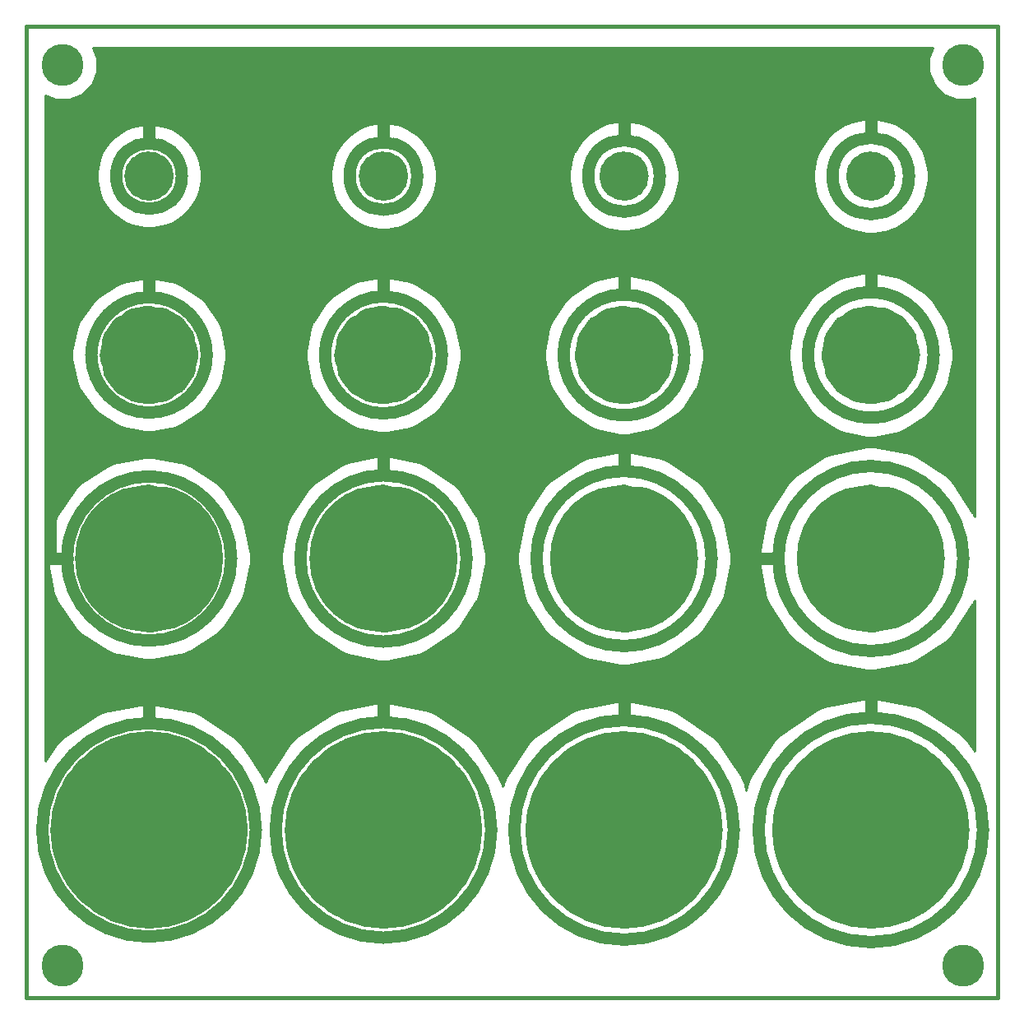
<source format=gtl>
G04 (created by PCBNEW-RS274X (2011-nov-30)-testing) date Sun 19 Aug 2012 05:26:13 PM EDT*
%MOIN*%
G04 Gerber Fmt 3.4, Leading zero omitted, Abs format*
%FSLAX34Y34*%
G01*
G70*
G90*
G04 APERTURE LIST*
%ADD10C,0.006*%
%ADD11C,0.015*%
%ADD12C,0.05*%
%ADD13C,0.4*%
%ADD14C,0.2*%
%ADD15C,0.3*%
%ADD16C,0.1*%
%ADD17C,0.14*%
%ADD18R,0.01X0.01*%
%ADD19C,0.17*%
%ADD20C,0.035*%
%ADD21C,0.01*%
G04 APERTURE END LIST*
G54D10*
G54D11*
X24Y-53D02*
X24Y39317D01*
X39394Y-53D02*
X24Y-53D01*
X39394Y39317D02*
X39394Y-53D01*
X24Y39317D02*
X39394Y39317D01*
G54D12*
X9330Y6750D02*
G75*
G03X9330Y6750I-4330J0D01*
G74*
G01*
G54D13*
X7000Y6750D02*
G75*
G03X7000Y6750I-2000J0D01*
G74*
G01*
G54D12*
X38800Y6750D02*
G75*
G03X38800Y6750I-4550J0D01*
G74*
G01*
G54D13*
X36250Y6750D02*
G75*
G03X36250Y6750I-2000J0D01*
G74*
G01*
G54D12*
X26700Y26000D02*
G75*
G03X26700Y26000I-2450J0D01*
G74*
G01*
G54D14*
X25250Y26000D02*
G75*
G03X25250Y26000I-1000J0D01*
G74*
G01*
G54D12*
X36800Y26000D02*
G75*
G03X36800Y26000I-2550J0D01*
G74*
G01*
G54D14*
X35250Y26000D02*
G75*
G03X35250Y26000I-1000J0D01*
G74*
G01*
G54D12*
X17870Y17750D02*
G75*
G03X17870Y17750I-3370J0D01*
G74*
G01*
G54D15*
X16000Y17750D02*
G75*
G03X16000Y17750I-1500J0D01*
G74*
G01*
G54D12*
X27800Y17750D02*
G75*
G03X27800Y17750I-3550J0D01*
G74*
G01*
G54D15*
X25750Y17750D02*
G75*
G03X25750Y17750I-1500J0D01*
G74*
G01*
G54D12*
X6330Y33250D02*
G75*
G03X6330Y33250I-1330J0D01*
G74*
G01*
G54D16*
X5500Y33250D02*
G75*
G03X5500Y33250I-500J0D01*
G74*
G01*
G54D12*
X25700Y33250D02*
G75*
G03X25700Y33250I-1450J0D01*
G74*
G01*
G54D16*
X24750Y33250D02*
G75*
G03X24750Y33250I-500J0D01*
G74*
G01*
G54D12*
X15870Y33250D02*
G75*
G03X15870Y33250I-1370J0D01*
G74*
G01*
G54D16*
X15000Y33250D02*
G75*
G03X15000Y33250I-500J0D01*
G74*
G01*
G54D12*
X35800Y33250D02*
G75*
G03X35800Y33250I-1550J0D01*
G74*
G01*
G54D16*
X34750Y33250D02*
G75*
G03X34750Y33250I-500J0D01*
G74*
G01*
G54D12*
X18870Y6750D02*
G75*
G03X18870Y6750I-4370J0D01*
G74*
G01*
G54D13*
X16500Y6750D02*
G75*
G03X16500Y6750I-2000J0D01*
G74*
G01*
G54D12*
X28700Y6750D02*
G75*
G03X28700Y6750I-4450J0D01*
G74*
G01*
G54D13*
X26250Y6750D02*
G75*
G03X26250Y6750I-2000J0D01*
G74*
G01*
G54D12*
X8330Y17750D02*
G75*
G03X8330Y17750I-3330J0D01*
G74*
G01*
G54D15*
X6500Y17750D02*
G75*
G03X6500Y17750I-1500J0D01*
G74*
G01*
G54D12*
X38000Y17750D02*
G75*
G03X38000Y17750I-3750J0D01*
G74*
G01*
G54D15*
X35750Y17750D02*
G75*
G03X35750Y17750I-1500J0D01*
G74*
G01*
G54D12*
X7340Y26000D02*
G75*
G03X7340Y26000I-2340J0D01*
G74*
G01*
G54D14*
X6000Y26000D02*
G75*
G03X6000Y26000I-1000J0D01*
G74*
G01*
G54D12*
X16870Y26000D02*
G75*
G03X16870Y26000I-2370J0D01*
G74*
G01*
G54D14*
X15500Y26000D02*
G75*
G03X15500Y26000I-1000J0D01*
G74*
G01*
G54D17*
X5000Y6750D03*
G54D18*
X5000Y11150D03*
G54D17*
X34250Y6750D03*
G54D18*
X34250Y11350D03*
G54D17*
X24250Y26000D03*
G54D18*
X24250Y28500D03*
G54D19*
X1500Y1250D03*
X38000Y1250D03*
X38000Y37750D03*
X1500Y37750D03*
G54D17*
X34250Y26000D03*
G54D18*
X34250Y28600D03*
G54D17*
X14500Y17750D03*
G54D18*
X14500Y21200D03*
G54D17*
X24250Y17750D03*
G54D18*
X24250Y21350D03*
G54D17*
X5000Y33250D03*
G54D18*
X5000Y34580D03*
G54D17*
X24250Y33250D03*
G54D18*
X24250Y34800D03*
G54D17*
X14500Y33250D03*
G54D18*
X14500Y34700D03*
G54D17*
X34250Y33250D03*
G54D18*
X34250Y34850D03*
G54D17*
X14500Y6750D03*
G54D18*
X14505Y11195D03*
G54D17*
X24250Y6750D03*
G54D18*
X24250Y11250D03*
G54D17*
X5000Y17750D03*
G54D18*
X1700Y17750D03*
G54D17*
X34250Y17750D03*
G54D18*
X30450Y17750D03*
G54D17*
X5000Y26000D03*
G54D18*
X5000Y28400D03*
G54D17*
X14500Y26000D03*
G54D18*
X14500Y28400D03*
G54D20*
X19500Y13250D03*
X37750Y14500D03*
X17750Y35750D03*
X1500Y15000D03*
G54D12*
X5000Y34580D02*
X5000Y35000D01*
X5000Y35000D02*
X5000Y36000D01*
X34250Y11350D02*
X34250Y12500D01*
X34250Y12500D02*
X34500Y12750D01*
X5000Y11150D02*
X5000Y12250D01*
X24250Y28500D02*
X24250Y29500D01*
X24250Y29500D02*
X24000Y29750D01*
X1700Y17750D02*
X1000Y17750D01*
X1000Y17750D02*
X1000Y20250D01*
X34250Y28600D02*
X34250Y29750D01*
X14500Y21200D02*
X14500Y22250D01*
X24250Y21350D02*
X24250Y22500D01*
X30450Y17750D02*
X29000Y17750D01*
X24250Y34800D02*
X24250Y35750D01*
X14500Y34700D02*
X14500Y35750D01*
X34250Y34850D02*
X34250Y36500D01*
X14505Y11195D02*
X14505Y12745D01*
X14505Y12745D02*
X14500Y12750D01*
X24250Y11250D02*
X24250Y12500D01*
X5000Y28400D02*
X5000Y30000D01*
X14500Y28400D02*
X14500Y29750D01*
G54D10*
G36*
X38450Y9937D02*
X38132Y10412D01*
X37911Y10632D01*
X37907Y10634D01*
X36439Y11617D01*
X36435Y11621D01*
X36147Y11740D01*
X34405Y12085D01*
X34093Y12084D01*
X34091Y12084D01*
X32354Y11740D01*
X32351Y11739D01*
X32063Y11619D01*
X30588Y10632D01*
X30368Y10411D01*
X30366Y10408D01*
X29383Y8940D01*
X29379Y8935D01*
X29260Y8647D01*
X29199Y8340D01*
X29145Y8608D01*
X29145Y8610D01*
X29026Y8897D01*
X29026Y8898D01*
X29023Y8901D01*
X28584Y9560D01*
X28584Y17594D01*
X28583Y17750D01*
X28583Y17906D01*
X28584Y17906D01*
X28315Y19264D01*
X28314Y19267D01*
X28195Y19553D01*
X28195Y19555D01*
X27484Y20617D01*
X27484Y25844D01*
X27484Y26156D01*
X27299Y27093D01*
X27298Y27095D01*
X27179Y27382D01*
X27178Y27383D01*
X27177Y27384D01*
X26647Y28177D01*
X26485Y28340D01*
X26485Y33094D01*
X26484Y33250D01*
X26484Y33406D01*
X26485Y33406D01*
X26375Y33960D01*
X26374Y33962D01*
X26255Y34249D01*
X26254Y34250D01*
X26254Y34251D01*
X25940Y34720D01*
X25720Y34940D01*
X25250Y35255D01*
X25248Y35256D01*
X24962Y35374D01*
X24960Y35375D01*
X24405Y35485D01*
X24249Y35485D01*
X24094Y35485D01*
X23540Y35375D01*
X23251Y35255D01*
X23250Y35255D01*
X23249Y35254D01*
X22780Y34940D01*
X22560Y34720D01*
X22245Y34250D01*
X22244Y34249D01*
X22244Y34248D01*
X22125Y33960D01*
X22015Y33405D01*
X22015Y33250D01*
X22015Y33095D01*
X22125Y32540D01*
X22126Y32538D01*
X22244Y32252D01*
X22245Y32250D01*
X22560Y31780D01*
X22780Y31560D01*
X23249Y31246D01*
X23250Y31246D01*
X23251Y31245D01*
X23538Y31126D01*
X23540Y31125D01*
X24093Y31016D01*
X24094Y31015D01*
X24249Y31016D01*
X24405Y31015D01*
X24406Y31016D01*
X24960Y31125D01*
X24962Y31126D01*
X25248Y31244D01*
X25248Y31245D01*
X25250Y31245D01*
X25719Y31560D01*
X25720Y31560D01*
X25940Y31780D01*
X26254Y32249D01*
X26254Y32251D01*
X26255Y32251D01*
X26374Y32538D01*
X26375Y32540D01*
X26484Y33094D01*
X26485Y33094D01*
X26485Y28340D01*
X26427Y28398D01*
X25633Y28929D01*
X25632Y28930D01*
X25345Y29048D01*
X25343Y29049D01*
X24405Y29235D01*
X24093Y29234D01*
X24092Y29234D01*
X23157Y29049D01*
X22868Y28929D01*
X22866Y28928D01*
X22073Y28397D01*
X21852Y28177D01*
X21321Y27384D01*
X21320Y27382D01*
X21201Y27093D01*
X21015Y26155D01*
X21015Y26000D01*
X21015Y25845D01*
X21201Y24907D01*
X21202Y24905D01*
X21320Y24618D01*
X21321Y24617D01*
X21852Y23823D01*
X22073Y23603D01*
X22866Y23073D01*
X22867Y23072D01*
X22868Y23071D01*
X23155Y22952D01*
X23157Y22951D01*
X24092Y22767D01*
X24093Y22766D01*
X24094Y22766D01*
X24405Y22765D01*
X24406Y22766D01*
X25343Y22951D01*
X25345Y22952D01*
X25632Y23070D01*
X25633Y23071D01*
X25633Y23072D01*
X26427Y23602D01*
X26647Y23823D01*
X27177Y24617D01*
X27178Y24617D01*
X27179Y24618D01*
X27298Y24905D01*
X27299Y24907D01*
X27484Y25844D01*
X27484Y20617D01*
X27425Y20705D01*
X27204Y20925D01*
X26054Y21695D01*
X26052Y21696D01*
X25764Y21816D01*
X24405Y22085D01*
X24093Y22084D01*
X24092Y22084D01*
X22736Y21815D01*
X22733Y21815D01*
X22733Y21814D01*
X22445Y21695D01*
X21295Y20925D01*
X21075Y20704D01*
X20305Y19554D01*
X20304Y19553D01*
X20304Y19552D01*
X20184Y19264D01*
X19915Y17905D01*
X19915Y17750D01*
X19915Y17595D01*
X20184Y16236D01*
X20304Y15948D01*
X20305Y15946D01*
X21075Y14796D01*
X21295Y14575D01*
X22445Y13805D01*
X22447Y13805D01*
X22733Y13686D01*
X22736Y13685D01*
X24092Y13417D01*
X24093Y13416D01*
X24094Y13416D01*
X24405Y13415D01*
X25764Y13684D01*
X25766Y13686D01*
X26052Y13804D01*
X26052Y13805D01*
X26054Y13805D01*
X27204Y14575D01*
X27425Y14795D01*
X28195Y15945D01*
X28195Y15947D01*
X28314Y16233D01*
X28314Y16234D01*
X28315Y16236D01*
X28583Y17594D01*
X28584Y17594D01*
X28584Y9560D01*
X28063Y10341D01*
X28062Y10342D01*
X28062Y10343D01*
X27842Y10562D01*
X27841Y10563D01*
X26397Y11527D01*
X26108Y11646D01*
X26098Y11646D01*
X24412Y11983D01*
X24405Y11986D01*
X24093Y11986D01*
X22390Y11645D01*
X22102Y11526D01*
X22099Y11524D01*
X20659Y10563D01*
X20658Y10563D01*
X20657Y10562D01*
X20437Y10341D01*
X19473Y8897D01*
X19354Y8608D01*
X19354Y8599D01*
X19335Y8507D01*
X19321Y8577D01*
X19321Y8579D01*
X19202Y8865D01*
X19202Y8867D01*
X19198Y8871D01*
X18655Y9686D01*
X18655Y17593D01*
X18655Y17595D01*
X18655Y17905D01*
X18655Y17907D01*
X18397Y19195D01*
X18397Y19197D01*
X18278Y19484D01*
X18278Y19485D01*
X18275Y19488D01*
X17654Y20420D01*
X17654Y25844D01*
X17654Y26156D01*
X17475Y27062D01*
X17474Y27065D01*
X17355Y27351D01*
X17355Y27353D01*
X16841Y28121D01*
X16654Y28308D01*
X16654Y33094D01*
X16654Y33406D01*
X16551Y33929D01*
X16431Y34218D01*
X16135Y34663D01*
X16134Y34664D01*
X15914Y34884D01*
X15913Y34885D01*
X15468Y35182D01*
X15179Y35301D01*
X14655Y35405D01*
X14343Y35404D01*
X14342Y35404D01*
X13821Y35301D01*
X13532Y35181D01*
X13087Y34885D01*
X13086Y34884D01*
X12866Y34664D01*
X12865Y34663D01*
X12568Y34218D01*
X12449Y33929D01*
X12345Y33405D01*
X12345Y33250D01*
X12345Y33095D01*
X12449Y32571D01*
X12568Y32282D01*
X12865Y31837D01*
X12866Y31836D01*
X13086Y31616D01*
X13087Y31615D01*
X13532Y31319D01*
X13821Y31199D01*
X14342Y31097D01*
X14343Y31096D01*
X14344Y31096D01*
X14655Y31095D01*
X14656Y31096D01*
X15179Y31199D01*
X15468Y31318D01*
X15913Y31615D01*
X15914Y31616D01*
X16134Y31836D01*
X16135Y31837D01*
X16431Y32282D01*
X16550Y32571D01*
X16551Y32571D01*
X16654Y33094D01*
X16654Y28308D01*
X16620Y28341D01*
X15852Y28855D01*
X15850Y28856D01*
X15564Y28974D01*
X15562Y28975D01*
X14655Y29155D01*
X14343Y29154D01*
X14342Y29154D01*
X13438Y28975D01*
X13435Y28975D01*
X13435Y28974D01*
X13147Y28855D01*
X12379Y28341D01*
X12159Y28120D01*
X11645Y27352D01*
X11644Y27351D01*
X11644Y27350D01*
X11525Y27062D01*
X11345Y26155D01*
X11345Y26000D01*
X11345Y25845D01*
X11525Y24938D01*
X11526Y24936D01*
X11644Y24650D01*
X11645Y24648D01*
X12159Y23880D01*
X12379Y23659D01*
X13147Y23145D01*
X13149Y23145D01*
X13435Y23026D01*
X13438Y23025D01*
X14342Y22847D01*
X14343Y22846D01*
X14344Y22846D01*
X14655Y22845D01*
X14656Y22846D01*
X15562Y23025D01*
X15564Y23026D01*
X15850Y23144D01*
X15850Y23145D01*
X15852Y23145D01*
X16620Y23659D01*
X16841Y23879D01*
X17355Y24647D01*
X17355Y24649D01*
X17474Y24935D01*
X17474Y24936D01*
X17475Y24938D01*
X17654Y25844D01*
X17654Y20420D01*
X17549Y20577D01*
X17548Y20578D01*
X17548Y20579D01*
X17328Y20798D01*
X17327Y20799D01*
X16234Y21529D01*
X15945Y21648D01*
X15940Y21648D01*
X14657Y21904D01*
X14655Y21905D01*
X14345Y21905D01*
X14343Y21905D01*
X13053Y21647D01*
X12765Y21528D01*
X12762Y21526D01*
X11673Y20799D01*
X11672Y20799D01*
X11671Y20798D01*
X11451Y20577D01*
X10721Y19484D01*
X10602Y19195D01*
X10602Y19191D01*
X10346Y17908D01*
X10345Y17905D01*
X10345Y17750D01*
X10345Y17595D01*
X10346Y17593D01*
X10602Y16310D01*
X10602Y16305D01*
X10721Y16016D01*
X11451Y14923D01*
X11452Y14922D01*
X11671Y14702D01*
X11672Y14702D01*
X11673Y14701D01*
X12762Y13975D01*
X12765Y13972D01*
X12766Y13972D01*
X13053Y13853D01*
X13055Y13853D01*
X14343Y13595D01*
X14345Y13595D01*
X14655Y13595D01*
X14657Y13596D01*
X14657Y13597D01*
X15940Y13852D01*
X15945Y13852D01*
X15946Y13853D01*
X16234Y13971D01*
X17327Y14701D01*
X17328Y14702D01*
X17548Y14921D01*
X17548Y14923D01*
X17549Y14923D01*
X18275Y16013D01*
X18278Y16015D01*
X18278Y16016D01*
X18397Y16303D01*
X18397Y16305D01*
X18655Y17593D01*
X18655Y9686D01*
X18256Y10284D01*
X18255Y10285D01*
X18255Y10286D01*
X18034Y10507D01*
X16616Y11453D01*
X16327Y11572D01*
X16322Y11572D01*
X14660Y11904D01*
X14654Y11906D01*
X14342Y11905D01*
X12671Y11571D01*
X12383Y11452D01*
X12379Y11448D01*
X10966Y10506D01*
X10965Y10506D01*
X10964Y10505D01*
X10743Y10284D01*
X9797Y8866D01*
X9728Y8699D01*
X9665Y8851D01*
X9665Y8852D01*
X9662Y8855D01*
X9114Y9677D01*
X9114Y17594D01*
X9113Y17750D01*
X9113Y17906D01*
X9114Y17906D01*
X8862Y19179D01*
X8742Y19468D01*
X8738Y19472D01*
X8124Y20395D01*
X8124Y25844D01*
X8124Y26156D01*
X7947Y27050D01*
X7946Y27051D01*
X7827Y27339D01*
X7321Y28099D01*
X7114Y28306D01*
X7114Y33094D01*
X7114Y33406D01*
X7014Y33914D01*
X6894Y34203D01*
X6893Y34204D01*
X6893Y34205D01*
X6605Y34635D01*
X6384Y34856D01*
X5954Y35144D01*
X5952Y35145D01*
X5666Y35263D01*
X5664Y35264D01*
X5155Y35365D01*
X4843Y35364D01*
X4842Y35364D01*
X4336Y35264D01*
X4047Y35144D01*
X4046Y35144D01*
X4045Y35143D01*
X3615Y34855D01*
X3394Y34634D01*
X3106Y34204D01*
X3105Y34203D01*
X3105Y34202D01*
X2986Y33914D01*
X2885Y33405D01*
X2885Y33250D01*
X2885Y33095D01*
X2986Y32586D01*
X2987Y32584D01*
X3105Y32298D01*
X3106Y32296D01*
X3394Y31866D01*
X3615Y31645D01*
X4045Y31357D01*
X4046Y31357D01*
X4047Y31356D01*
X4336Y31236D01*
X4842Y31137D01*
X4843Y31136D01*
X4844Y31136D01*
X5155Y31135D01*
X5156Y31136D01*
X5664Y31236D01*
X5666Y31237D01*
X5952Y31355D01*
X5952Y31356D01*
X5954Y31356D01*
X6384Y31644D01*
X6384Y31645D01*
X6605Y31865D01*
X6893Y32295D01*
X6893Y32297D01*
X6894Y32297D01*
X7012Y32584D01*
X7014Y32586D01*
X7114Y33094D01*
X7114Y28306D01*
X7100Y28320D01*
X7098Y28321D01*
X6339Y28828D01*
X6254Y28863D01*
X6050Y28948D01*
X5155Y29125D01*
X4843Y29124D01*
X4842Y29124D01*
X3950Y28947D01*
X3661Y28827D01*
X2901Y28321D01*
X2680Y28100D01*
X2679Y28099D01*
X2679Y28098D01*
X2172Y27339D01*
X2137Y27254D01*
X2052Y27050D01*
X1875Y26155D01*
X1875Y26000D01*
X1875Y25845D01*
X2052Y24950D01*
X2137Y24746D01*
X2172Y24661D01*
X2679Y23902D01*
X2680Y23900D01*
X2901Y23679D01*
X3661Y23173D01*
X3949Y23054D01*
X3950Y23053D01*
X4842Y22877D01*
X4843Y22876D01*
X4844Y22876D01*
X5155Y22875D01*
X5156Y22876D01*
X6050Y23052D01*
X6050Y23053D01*
X6254Y23137D01*
X6338Y23172D01*
X6339Y23172D01*
X7098Y23679D01*
X7098Y23680D01*
X7100Y23680D01*
X7319Y23900D01*
X7321Y23901D01*
X7827Y24661D01*
X7946Y24949D01*
X7947Y24950D01*
X8124Y25844D01*
X8124Y20395D01*
X8021Y20549D01*
X8019Y20551D01*
X7800Y20770D01*
X7799Y20772D01*
X6718Y21493D01*
X6633Y21528D01*
X6429Y21613D01*
X5155Y21865D01*
X4843Y21864D01*
X4842Y21864D01*
X3571Y21612D01*
X3282Y21492D01*
X3278Y21489D01*
X2201Y20771D01*
X2199Y20769D01*
X1978Y20549D01*
X1257Y19468D01*
X1222Y19383D01*
X1137Y19179D01*
X885Y17905D01*
X885Y17750D01*
X885Y17595D01*
X1137Y16321D01*
X1222Y16117D01*
X1257Y16032D01*
X1978Y14951D01*
X1980Y14950D01*
X2199Y14731D01*
X2201Y14729D01*
X3278Y14012D01*
X3282Y14008D01*
X3571Y13888D01*
X4842Y13637D01*
X4843Y13636D01*
X4844Y13636D01*
X5155Y13635D01*
X6429Y13887D01*
X6429Y13888D01*
X6633Y13972D01*
X6717Y14007D01*
X6718Y14007D01*
X7799Y14728D01*
X7800Y14730D01*
X8019Y14949D01*
X8021Y14951D01*
X8738Y16029D01*
X8741Y16032D01*
X8742Y16032D01*
X8862Y16321D01*
X9113Y17594D01*
X9114Y17594D01*
X9114Y9677D01*
X8728Y10256D01*
X8727Y10257D01*
X8727Y10258D01*
X8507Y10477D01*
X8506Y10478D01*
X7101Y11416D01*
X6812Y11535D01*
X6807Y11535D01*
X5162Y11863D01*
X5155Y11866D01*
X4843Y11865D01*
X3186Y11534D01*
X2898Y11415D01*
X2895Y11413D01*
X1494Y10478D01*
X1493Y10478D01*
X1492Y10477D01*
X1272Y10256D01*
X800Y9550D01*
X800Y36526D01*
X1220Y36351D01*
X1777Y36350D01*
X2292Y36563D01*
X2686Y36956D01*
X2899Y37470D01*
X2900Y38027D01*
X2725Y38450D01*
X36775Y38450D01*
X36601Y38030D01*
X36600Y37473D01*
X36813Y36958D01*
X37206Y36564D01*
X37720Y36351D01*
X38277Y36350D01*
X38450Y36422D01*
X38450Y19461D01*
X38380Y19629D01*
X38376Y19633D01*
X37584Y20822D01*
X37584Y25843D01*
X37584Y25845D01*
X37584Y26155D01*
X37584Y26157D01*
X37583Y26159D01*
X37391Y27131D01*
X37390Y27134D01*
X37271Y27420D01*
X37271Y27422D01*
X36718Y28248D01*
X36585Y28381D01*
X36585Y33093D01*
X36585Y33095D01*
X36585Y33405D01*
X36585Y33407D01*
X36466Y33999D01*
X36466Y34000D01*
X36347Y34287D01*
X36347Y34288D01*
X36345Y34290D01*
X36012Y34790D01*
X36010Y34792D01*
X35791Y35011D01*
X35789Y35012D01*
X35287Y35348D01*
X34998Y35467D01*
X34993Y35467D01*
X34407Y35584D01*
X34405Y35585D01*
X34095Y35585D01*
X34093Y35585D01*
X33500Y35466D01*
X33212Y35347D01*
X33210Y35346D01*
X32710Y35012D01*
X32708Y35010D01*
X32489Y34791D01*
X32488Y34790D01*
X32488Y34789D01*
X32152Y34287D01*
X32033Y33998D01*
X32033Y33994D01*
X31916Y33408D01*
X31915Y33405D01*
X31915Y33250D01*
X31915Y33095D01*
X31916Y33093D01*
X32033Y32507D01*
X32033Y32502D01*
X32152Y32213D01*
X32488Y31711D01*
X32489Y31709D01*
X32708Y31490D01*
X32710Y31488D01*
X33210Y31155D01*
X33212Y31153D01*
X33213Y31153D01*
X33500Y31034D01*
X33501Y31034D01*
X34093Y30915D01*
X34095Y30915D01*
X34405Y30915D01*
X34407Y30916D01*
X34407Y30917D01*
X34993Y31033D01*
X34998Y31033D01*
X34999Y31034D01*
X35287Y31152D01*
X35789Y31488D01*
X35789Y31489D01*
X35791Y31489D01*
X36010Y31708D01*
X36012Y31710D01*
X36345Y32211D01*
X36347Y32212D01*
X36347Y32213D01*
X36466Y32500D01*
X36466Y32501D01*
X36585Y33093D01*
X36585Y28381D01*
X36497Y28468D01*
X35671Y29021D01*
X35670Y29022D01*
X35381Y29142D01*
X34405Y29335D01*
X34093Y29334D01*
X34091Y29334D01*
X33119Y29141D01*
X33116Y29141D01*
X33116Y29140D01*
X32828Y29021D01*
X32002Y28468D01*
X31782Y28247D01*
X31229Y27422D01*
X31228Y27420D01*
X31108Y27131D01*
X30915Y26155D01*
X30915Y26000D01*
X30915Y25845D01*
X31108Y24869D01*
X31228Y24580D01*
X31229Y24579D01*
X31782Y23753D01*
X32002Y23532D01*
X32828Y22979D01*
X32830Y22979D01*
X33116Y22860D01*
X33119Y22859D01*
X34091Y22667D01*
X34093Y22666D01*
X34095Y22666D01*
X34405Y22665D01*
X34407Y22666D01*
X35381Y22858D01*
X35383Y22860D01*
X35670Y22978D01*
X35671Y22979D01*
X35671Y22980D01*
X36497Y23532D01*
X36718Y23752D01*
X37271Y24578D01*
X37271Y24580D01*
X37390Y24866D01*
X37390Y24867D01*
X37391Y24869D01*
X37583Y25842D01*
X37584Y25843D01*
X37584Y20822D01*
X37568Y20846D01*
X37567Y20847D01*
X37567Y20848D01*
X37346Y21069D01*
X36129Y21881D01*
X35841Y22001D01*
X34405Y22285D01*
X34093Y22284D01*
X34091Y22284D01*
X32660Y22000D01*
X32371Y21880D01*
X32367Y21877D01*
X31154Y21068D01*
X31153Y21068D01*
X31152Y21067D01*
X30931Y20846D01*
X30119Y19629D01*
X29999Y19341D01*
X29715Y17905D01*
X29715Y17750D01*
X29715Y17595D01*
X29999Y16159D01*
X30119Y15871D01*
X30931Y14654D01*
X31152Y14433D01*
X31153Y14433D01*
X31154Y14432D01*
X32367Y13624D01*
X32371Y13620D01*
X32660Y13500D01*
X34091Y13217D01*
X34093Y13216D01*
X34095Y13216D01*
X34405Y13215D01*
X34407Y13216D01*
X35841Y13499D01*
X36129Y13619D01*
X37346Y14431D01*
X37347Y14433D01*
X37567Y14652D01*
X37567Y14654D01*
X37568Y14654D01*
X38376Y15868D01*
X38379Y15871D01*
X38380Y15871D01*
X38450Y16040D01*
X38450Y9937D01*
X38450Y9937D01*
G37*
G54D21*
X38450Y9937D02*
X38132Y10412D01*
X37911Y10632D01*
X37907Y10634D01*
X36439Y11617D01*
X36435Y11621D01*
X36147Y11740D01*
X34405Y12085D01*
X34093Y12084D01*
X34091Y12084D01*
X32354Y11740D01*
X32351Y11739D01*
X32063Y11619D01*
X30588Y10632D01*
X30368Y10411D01*
X30366Y10408D01*
X29383Y8940D01*
X29379Y8935D01*
X29260Y8647D01*
X29199Y8340D01*
X29145Y8608D01*
X29145Y8610D01*
X29026Y8897D01*
X29026Y8898D01*
X29023Y8901D01*
X28584Y9560D01*
X28584Y17594D01*
X28583Y17750D01*
X28583Y17906D01*
X28584Y17906D01*
X28315Y19264D01*
X28314Y19267D01*
X28195Y19553D01*
X28195Y19555D01*
X27484Y20617D01*
X27484Y25844D01*
X27484Y26156D01*
X27299Y27093D01*
X27298Y27095D01*
X27179Y27382D01*
X27178Y27383D01*
X27177Y27384D01*
X26647Y28177D01*
X26485Y28340D01*
X26485Y33094D01*
X26484Y33250D01*
X26484Y33406D01*
X26485Y33406D01*
X26375Y33960D01*
X26374Y33962D01*
X26255Y34249D01*
X26254Y34250D01*
X26254Y34251D01*
X25940Y34720D01*
X25720Y34940D01*
X25250Y35255D01*
X25248Y35256D01*
X24962Y35374D01*
X24960Y35375D01*
X24405Y35485D01*
X24249Y35485D01*
X24094Y35485D01*
X23540Y35375D01*
X23251Y35255D01*
X23250Y35255D01*
X23249Y35254D01*
X22780Y34940D01*
X22560Y34720D01*
X22245Y34250D01*
X22244Y34249D01*
X22244Y34248D01*
X22125Y33960D01*
X22015Y33405D01*
X22015Y33250D01*
X22015Y33095D01*
X22125Y32540D01*
X22126Y32538D01*
X22244Y32252D01*
X22245Y32250D01*
X22560Y31780D01*
X22780Y31560D01*
X23249Y31246D01*
X23250Y31246D01*
X23251Y31245D01*
X23538Y31126D01*
X23540Y31125D01*
X24093Y31016D01*
X24094Y31015D01*
X24249Y31016D01*
X24405Y31015D01*
X24406Y31016D01*
X24960Y31125D01*
X24962Y31126D01*
X25248Y31244D01*
X25248Y31245D01*
X25250Y31245D01*
X25719Y31560D01*
X25720Y31560D01*
X25940Y31780D01*
X26254Y32249D01*
X26254Y32251D01*
X26255Y32251D01*
X26374Y32538D01*
X26375Y32540D01*
X26484Y33094D01*
X26485Y33094D01*
X26485Y28340D01*
X26427Y28398D01*
X25633Y28929D01*
X25632Y28930D01*
X25345Y29048D01*
X25343Y29049D01*
X24405Y29235D01*
X24093Y29234D01*
X24092Y29234D01*
X23157Y29049D01*
X22868Y28929D01*
X22866Y28928D01*
X22073Y28397D01*
X21852Y28177D01*
X21321Y27384D01*
X21320Y27382D01*
X21201Y27093D01*
X21015Y26155D01*
X21015Y26000D01*
X21015Y25845D01*
X21201Y24907D01*
X21202Y24905D01*
X21320Y24618D01*
X21321Y24617D01*
X21852Y23823D01*
X22073Y23603D01*
X22866Y23073D01*
X22867Y23072D01*
X22868Y23071D01*
X23155Y22952D01*
X23157Y22951D01*
X24092Y22767D01*
X24093Y22766D01*
X24094Y22766D01*
X24405Y22765D01*
X24406Y22766D01*
X25343Y22951D01*
X25345Y22952D01*
X25632Y23070D01*
X25633Y23071D01*
X25633Y23072D01*
X26427Y23602D01*
X26647Y23823D01*
X27177Y24617D01*
X27178Y24617D01*
X27179Y24618D01*
X27298Y24905D01*
X27299Y24907D01*
X27484Y25844D01*
X27484Y20617D01*
X27425Y20705D01*
X27204Y20925D01*
X26054Y21695D01*
X26052Y21696D01*
X25764Y21816D01*
X24405Y22085D01*
X24093Y22084D01*
X24092Y22084D01*
X22736Y21815D01*
X22733Y21815D01*
X22733Y21814D01*
X22445Y21695D01*
X21295Y20925D01*
X21075Y20704D01*
X20305Y19554D01*
X20304Y19553D01*
X20304Y19552D01*
X20184Y19264D01*
X19915Y17905D01*
X19915Y17750D01*
X19915Y17595D01*
X20184Y16236D01*
X20304Y15948D01*
X20305Y15946D01*
X21075Y14796D01*
X21295Y14575D01*
X22445Y13805D01*
X22447Y13805D01*
X22733Y13686D01*
X22736Y13685D01*
X24092Y13417D01*
X24093Y13416D01*
X24094Y13416D01*
X24405Y13415D01*
X25764Y13684D01*
X25766Y13686D01*
X26052Y13804D01*
X26052Y13805D01*
X26054Y13805D01*
X27204Y14575D01*
X27425Y14795D01*
X28195Y15945D01*
X28195Y15947D01*
X28314Y16233D01*
X28314Y16234D01*
X28315Y16236D01*
X28583Y17594D01*
X28584Y17594D01*
X28584Y9560D01*
X28063Y10341D01*
X28062Y10342D01*
X28062Y10343D01*
X27842Y10562D01*
X27841Y10563D01*
X26397Y11527D01*
X26108Y11646D01*
X26098Y11646D01*
X24412Y11983D01*
X24405Y11986D01*
X24093Y11986D01*
X22390Y11645D01*
X22102Y11526D01*
X22099Y11524D01*
X20659Y10563D01*
X20658Y10563D01*
X20657Y10562D01*
X20437Y10341D01*
X19473Y8897D01*
X19354Y8608D01*
X19354Y8599D01*
X19335Y8507D01*
X19321Y8577D01*
X19321Y8579D01*
X19202Y8865D01*
X19202Y8867D01*
X19198Y8871D01*
X18655Y9686D01*
X18655Y17593D01*
X18655Y17595D01*
X18655Y17905D01*
X18655Y17907D01*
X18397Y19195D01*
X18397Y19197D01*
X18278Y19484D01*
X18278Y19485D01*
X18275Y19488D01*
X17654Y20420D01*
X17654Y25844D01*
X17654Y26156D01*
X17475Y27062D01*
X17474Y27065D01*
X17355Y27351D01*
X17355Y27353D01*
X16841Y28121D01*
X16654Y28308D01*
X16654Y33094D01*
X16654Y33406D01*
X16551Y33929D01*
X16431Y34218D01*
X16135Y34663D01*
X16134Y34664D01*
X15914Y34884D01*
X15913Y34885D01*
X15468Y35182D01*
X15179Y35301D01*
X14655Y35405D01*
X14343Y35404D01*
X14342Y35404D01*
X13821Y35301D01*
X13532Y35181D01*
X13087Y34885D01*
X13086Y34884D01*
X12866Y34664D01*
X12865Y34663D01*
X12568Y34218D01*
X12449Y33929D01*
X12345Y33405D01*
X12345Y33250D01*
X12345Y33095D01*
X12449Y32571D01*
X12568Y32282D01*
X12865Y31837D01*
X12866Y31836D01*
X13086Y31616D01*
X13087Y31615D01*
X13532Y31319D01*
X13821Y31199D01*
X14342Y31097D01*
X14343Y31096D01*
X14344Y31096D01*
X14655Y31095D01*
X14656Y31096D01*
X15179Y31199D01*
X15468Y31318D01*
X15913Y31615D01*
X15914Y31616D01*
X16134Y31836D01*
X16135Y31837D01*
X16431Y32282D01*
X16550Y32571D01*
X16551Y32571D01*
X16654Y33094D01*
X16654Y28308D01*
X16620Y28341D01*
X15852Y28855D01*
X15850Y28856D01*
X15564Y28974D01*
X15562Y28975D01*
X14655Y29155D01*
X14343Y29154D01*
X14342Y29154D01*
X13438Y28975D01*
X13435Y28975D01*
X13435Y28974D01*
X13147Y28855D01*
X12379Y28341D01*
X12159Y28120D01*
X11645Y27352D01*
X11644Y27351D01*
X11644Y27350D01*
X11525Y27062D01*
X11345Y26155D01*
X11345Y26000D01*
X11345Y25845D01*
X11525Y24938D01*
X11526Y24936D01*
X11644Y24650D01*
X11645Y24648D01*
X12159Y23880D01*
X12379Y23659D01*
X13147Y23145D01*
X13149Y23145D01*
X13435Y23026D01*
X13438Y23025D01*
X14342Y22847D01*
X14343Y22846D01*
X14344Y22846D01*
X14655Y22845D01*
X14656Y22846D01*
X15562Y23025D01*
X15564Y23026D01*
X15850Y23144D01*
X15850Y23145D01*
X15852Y23145D01*
X16620Y23659D01*
X16841Y23879D01*
X17355Y24647D01*
X17355Y24649D01*
X17474Y24935D01*
X17474Y24936D01*
X17475Y24938D01*
X17654Y25844D01*
X17654Y20420D01*
X17549Y20577D01*
X17548Y20578D01*
X17548Y20579D01*
X17328Y20798D01*
X17327Y20799D01*
X16234Y21529D01*
X15945Y21648D01*
X15940Y21648D01*
X14657Y21904D01*
X14655Y21905D01*
X14345Y21905D01*
X14343Y21905D01*
X13053Y21647D01*
X12765Y21528D01*
X12762Y21526D01*
X11673Y20799D01*
X11672Y20799D01*
X11671Y20798D01*
X11451Y20577D01*
X10721Y19484D01*
X10602Y19195D01*
X10602Y19191D01*
X10346Y17908D01*
X10345Y17905D01*
X10345Y17750D01*
X10345Y17595D01*
X10346Y17593D01*
X10602Y16310D01*
X10602Y16305D01*
X10721Y16016D01*
X11451Y14923D01*
X11452Y14922D01*
X11671Y14702D01*
X11672Y14702D01*
X11673Y14701D01*
X12762Y13975D01*
X12765Y13972D01*
X12766Y13972D01*
X13053Y13853D01*
X13055Y13853D01*
X14343Y13595D01*
X14345Y13595D01*
X14655Y13595D01*
X14657Y13596D01*
X14657Y13597D01*
X15940Y13852D01*
X15945Y13852D01*
X15946Y13853D01*
X16234Y13971D01*
X17327Y14701D01*
X17328Y14702D01*
X17548Y14921D01*
X17548Y14923D01*
X17549Y14923D01*
X18275Y16013D01*
X18278Y16015D01*
X18278Y16016D01*
X18397Y16303D01*
X18397Y16305D01*
X18655Y17593D01*
X18655Y9686D01*
X18256Y10284D01*
X18255Y10285D01*
X18255Y10286D01*
X18034Y10507D01*
X16616Y11453D01*
X16327Y11572D01*
X16322Y11572D01*
X14660Y11904D01*
X14654Y11906D01*
X14342Y11905D01*
X12671Y11571D01*
X12383Y11452D01*
X12379Y11448D01*
X10966Y10506D01*
X10965Y10506D01*
X10964Y10505D01*
X10743Y10284D01*
X9797Y8866D01*
X9728Y8699D01*
X9665Y8851D01*
X9665Y8852D01*
X9662Y8855D01*
X9114Y9677D01*
X9114Y17594D01*
X9113Y17750D01*
X9113Y17906D01*
X9114Y17906D01*
X8862Y19179D01*
X8742Y19468D01*
X8738Y19472D01*
X8124Y20395D01*
X8124Y25844D01*
X8124Y26156D01*
X7947Y27050D01*
X7946Y27051D01*
X7827Y27339D01*
X7321Y28099D01*
X7114Y28306D01*
X7114Y33094D01*
X7114Y33406D01*
X7014Y33914D01*
X6894Y34203D01*
X6893Y34204D01*
X6893Y34205D01*
X6605Y34635D01*
X6384Y34856D01*
X5954Y35144D01*
X5952Y35145D01*
X5666Y35263D01*
X5664Y35264D01*
X5155Y35365D01*
X4843Y35364D01*
X4842Y35364D01*
X4336Y35264D01*
X4047Y35144D01*
X4046Y35144D01*
X4045Y35143D01*
X3615Y34855D01*
X3394Y34634D01*
X3106Y34204D01*
X3105Y34203D01*
X3105Y34202D01*
X2986Y33914D01*
X2885Y33405D01*
X2885Y33250D01*
X2885Y33095D01*
X2986Y32586D01*
X2987Y32584D01*
X3105Y32298D01*
X3106Y32296D01*
X3394Y31866D01*
X3615Y31645D01*
X4045Y31357D01*
X4046Y31357D01*
X4047Y31356D01*
X4336Y31236D01*
X4842Y31137D01*
X4843Y31136D01*
X4844Y31136D01*
X5155Y31135D01*
X5156Y31136D01*
X5664Y31236D01*
X5666Y31237D01*
X5952Y31355D01*
X5952Y31356D01*
X5954Y31356D01*
X6384Y31644D01*
X6384Y31645D01*
X6605Y31865D01*
X6893Y32295D01*
X6893Y32297D01*
X6894Y32297D01*
X7012Y32584D01*
X7014Y32586D01*
X7114Y33094D01*
X7114Y28306D01*
X7100Y28320D01*
X7098Y28321D01*
X6339Y28828D01*
X6254Y28863D01*
X6050Y28948D01*
X5155Y29125D01*
X4843Y29124D01*
X4842Y29124D01*
X3950Y28947D01*
X3661Y28827D01*
X2901Y28321D01*
X2680Y28100D01*
X2679Y28099D01*
X2679Y28098D01*
X2172Y27339D01*
X2137Y27254D01*
X2052Y27050D01*
X1875Y26155D01*
X1875Y26000D01*
X1875Y25845D01*
X2052Y24950D01*
X2137Y24746D01*
X2172Y24661D01*
X2679Y23902D01*
X2680Y23900D01*
X2901Y23679D01*
X3661Y23173D01*
X3949Y23054D01*
X3950Y23053D01*
X4842Y22877D01*
X4843Y22876D01*
X4844Y22876D01*
X5155Y22875D01*
X5156Y22876D01*
X6050Y23052D01*
X6050Y23053D01*
X6254Y23137D01*
X6338Y23172D01*
X6339Y23172D01*
X7098Y23679D01*
X7098Y23680D01*
X7100Y23680D01*
X7319Y23900D01*
X7321Y23901D01*
X7827Y24661D01*
X7946Y24949D01*
X7947Y24950D01*
X8124Y25844D01*
X8124Y20395D01*
X8021Y20549D01*
X8019Y20551D01*
X7800Y20770D01*
X7799Y20772D01*
X6718Y21493D01*
X6633Y21528D01*
X6429Y21613D01*
X5155Y21865D01*
X4843Y21864D01*
X4842Y21864D01*
X3571Y21612D01*
X3282Y21492D01*
X3278Y21489D01*
X2201Y20771D01*
X2199Y20769D01*
X1978Y20549D01*
X1257Y19468D01*
X1222Y19383D01*
X1137Y19179D01*
X885Y17905D01*
X885Y17750D01*
X885Y17595D01*
X1137Y16321D01*
X1222Y16117D01*
X1257Y16032D01*
X1978Y14951D01*
X1980Y14950D01*
X2199Y14731D01*
X2201Y14729D01*
X3278Y14012D01*
X3282Y14008D01*
X3571Y13888D01*
X4842Y13637D01*
X4843Y13636D01*
X4844Y13636D01*
X5155Y13635D01*
X6429Y13887D01*
X6429Y13888D01*
X6633Y13972D01*
X6717Y14007D01*
X6718Y14007D01*
X7799Y14728D01*
X7800Y14730D01*
X8019Y14949D01*
X8021Y14951D01*
X8738Y16029D01*
X8741Y16032D01*
X8742Y16032D01*
X8862Y16321D01*
X9113Y17594D01*
X9114Y17594D01*
X9114Y9677D01*
X8728Y10256D01*
X8727Y10257D01*
X8727Y10258D01*
X8507Y10477D01*
X8506Y10478D01*
X7101Y11416D01*
X6812Y11535D01*
X6807Y11535D01*
X5162Y11863D01*
X5155Y11866D01*
X4843Y11865D01*
X3186Y11534D01*
X2898Y11415D01*
X2895Y11413D01*
X1494Y10478D01*
X1493Y10478D01*
X1492Y10477D01*
X1272Y10256D01*
X800Y9550D01*
X800Y36526D01*
X1220Y36351D01*
X1777Y36350D01*
X2292Y36563D01*
X2686Y36956D01*
X2899Y37470D01*
X2900Y38027D01*
X2725Y38450D01*
X36775Y38450D01*
X36601Y38030D01*
X36600Y37473D01*
X36813Y36958D01*
X37206Y36564D01*
X37720Y36351D01*
X38277Y36350D01*
X38450Y36422D01*
X38450Y19461D01*
X38380Y19629D01*
X38376Y19633D01*
X37584Y20822D01*
X37584Y25843D01*
X37584Y25845D01*
X37584Y26155D01*
X37584Y26157D01*
X37583Y26159D01*
X37391Y27131D01*
X37390Y27134D01*
X37271Y27420D01*
X37271Y27422D01*
X36718Y28248D01*
X36585Y28381D01*
X36585Y33093D01*
X36585Y33095D01*
X36585Y33405D01*
X36585Y33407D01*
X36466Y33999D01*
X36466Y34000D01*
X36347Y34287D01*
X36347Y34288D01*
X36345Y34290D01*
X36012Y34790D01*
X36010Y34792D01*
X35791Y35011D01*
X35789Y35012D01*
X35287Y35348D01*
X34998Y35467D01*
X34993Y35467D01*
X34407Y35584D01*
X34405Y35585D01*
X34095Y35585D01*
X34093Y35585D01*
X33500Y35466D01*
X33212Y35347D01*
X33210Y35346D01*
X32710Y35012D01*
X32708Y35010D01*
X32489Y34791D01*
X32488Y34790D01*
X32488Y34789D01*
X32152Y34287D01*
X32033Y33998D01*
X32033Y33994D01*
X31916Y33408D01*
X31915Y33405D01*
X31915Y33250D01*
X31915Y33095D01*
X31916Y33093D01*
X32033Y32507D01*
X32033Y32502D01*
X32152Y32213D01*
X32488Y31711D01*
X32489Y31709D01*
X32708Y31490D01*
X32710Y31488D01*
X33210Y31155D01*
X33212Y31153D01*
X33213Y31153D01*
X33500Y31034D01*
X33501Y31034D01*
X34093Y30915D01*
X34095Y30915D01*
X34405Y30915D01*
X34407Y30916D01*
X34407Y30917D01*
X34993Y31033D01*
X34998Y31033D01*
X34999Y31034D01*
X35287Y31152D01*
X35789Y31488D01*
X35789Y31489D01*
X35791Y31489D01*
X36010Y31708D01*
X36012Y31710D01*
X36345Y32211D01*
X36347Y32212D01*
X36347Y32213D01*
X36466Y32500D01*
X36466Y32501D01*
X36585Y33093D01*
X36585Y28381D01*
X36497Y28468D01*
X35671Y29021D01*
X35670Y29022D01*
X35381Y29142D01*
X34405Y29335D01*
X34093Y29334D01*
X34091Y29334D01*
X33119Y29141D01*
X33116Y29141D01*
X33116Y29140D01*
X32828Y29021D01*
X32002Y28468D01*
X31782Y28247D01*
X31229Y27422D01*
X31228Y27420D01*
X31108Y27131D01*
X30915Y26155D01*
X30915Y26000D01*
X30915Y25845D01*
X31108Y24869D01*
X31228Y24580D01*
X31229Y24579D01*
X31782Y23753D01*
X32002Y23532D01*
X32828Y22979D01*
X32830Y22979D01*
X33116Y22860D01*
X33119Y22859D01*
X34091Y22667D01*
X34093Y22666D01*
X34095Y22666D01*
X34405Y22665D01*
X34407Y22666D01*
X35381Y22858D01*
X35383Y22860D01*
X35670Y22978D01*
X35671Y22979D01*
X35671Y22980D01*
X36497Y23532D01*
X36718Y23752D01*
X37271Y24578D01*
X37271Y24580D01*
X37390Y24866D01*
X37390Y24867D01*
X37391Y24869D01*
X37583Y25842D01*
X37584Y25843D01*
X37584Y20822D01*
X37568Y20846D01*
X37567Y20847D01*
X37567Y20848D01*
X37346Y21069D01*
X36129Y21881D01*
X35841Y22001D01*
X34405Y22285D01*
X34093Y22284D01*
X34091Y22284D01*
X32660Y22000D01*
X32371Y21880D01*
X32367Y21877D01*
X31154Y21068D01*
X31153Y21068D01*
X31152Y21067D01*
X30931Y20846D01*
X30119Y19629D01*
X29999Y19341D01*
X29715Y17905D01*
X29715Y17750D01*
X29715Y17595D01*
X29999Y16159D01*
X30119Y15871D01*
X30931Y14654D01*
X31152Y14433D01*
X31153Y14433D01*
X31154Y14432D01*
X32367Y13624D01*
X32371Y13620D01*
X32660Y13500D01*
X34091Y13217D01*
X34093Y13216D01*
X34095Y13216D01*
X34405Y13215D01*
X34407Y13216D01*
X35841Y13499D01*
X36129Y13619D01*
X37346Y14431D01*
X37347Y14433D01*
X37567Y14652D01*
X37567Y14654D01*
X37568Y14654D01*
X38376Y15868D01*
X38379Y15871D01*
X38380Y15871D01*
X38450Y16040D01*
X38450Y9937D01*
M02*

</source>
